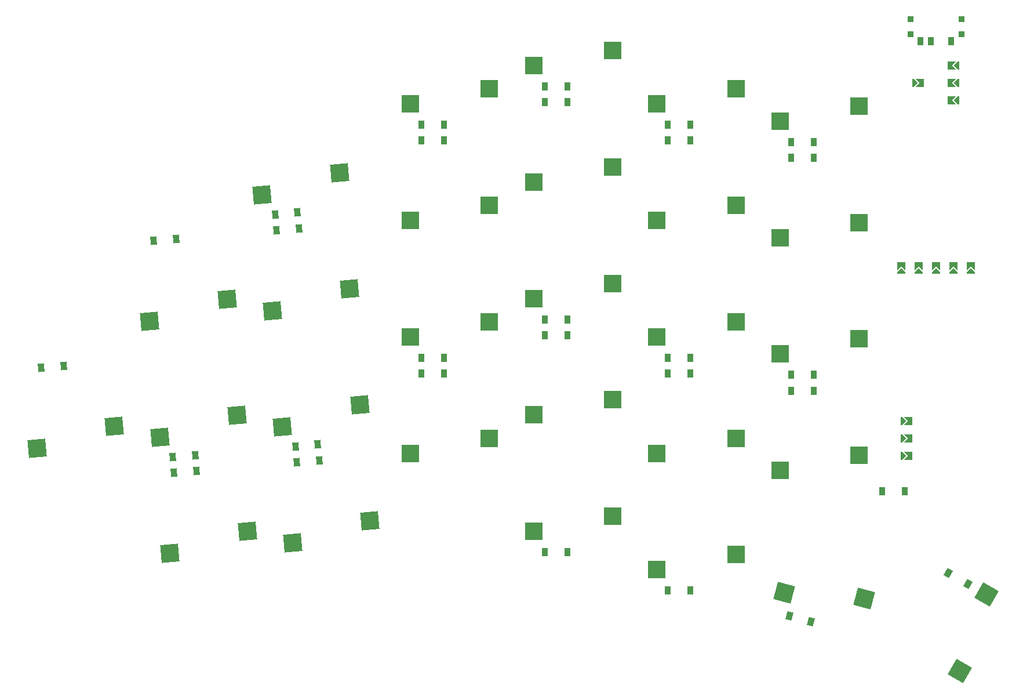
<source format=gtp>
%TF.GenerationSoftware,KiCad,Pcbnew,7.0.6-7.0.6~ubuntu20.04.1*%
%TF.CreationDate,2023-07-19T13:19:58+02:00*%
%TF.ProjectId,keyboard,6b657962-6f61-4726-942e-6b696361645f,v1.0.0*%
%TF.SameCoordinates,Original*%
%TF.FileFunction,Paste,Top*%
%TF.FilePolarity,Positive*%
%FSLAX46Y46*%
G04 Gerber Fmt 4.6, Leading zero omitted, Abs format (unit mm)*
G04 Created by KiCad (PCBNEW 7.0.6-7.0.6~ubuntu20.04.1) date 2023-07-19 13:19:58*
%MOMM*%
%LPD*%
G01*
G04 APERTURE LIST*
G04 Aperture macros list*
%AMRotRect*
0 Rectangle, with rotation*
0 The origin of the aperture is its center*
0 $1 length*
0 $2 width*
0 $3 Rotation angle, in degrees counterclockwise*
0 Add horizontal line*
21,1,$1,$2,0,0,$3*%
%AMFreePoly0*
4,1,6,0.600000,0.200000,0.000000,-0.400000,-0.600000,0.200000,-0.600000,0.400000,0.600000,0.400000,0.600000,0.200000,0.600000,0.200000,$1*%
%AMFreePoly1*
4,1,6,0.600000,-0.250000,-0.600000,-0.250000,-0.600000,1.000000,0.000000,0.400000,0.600000,1.000000,0.600000,-0.250000,0.600000,-0.250000,$1*%
G04 Aperture macros list end*
%ADD10R,0.900000X0.900000*%
%ADD11R,0.900000X1.250000*%
%ADD12FreePoly0,270.000000*%
%ADD13FreePoly1,270.000000*%
%ADD14FreePoly0,180.000000*%
%ADD15FreePoly1,180.000000*%
%ADD16RotRect,0.900000X1.200000X345.000000*%
%ADD17R,0.900000X1.200000*%
%ADD18R,2.600000X2.600000*%
%ADD19RotRect,0.900000X1.200000X5.000000*%
%ADD20FreePoly0,90.000000*%
%ADD21FreePoly1,90.000000*%
%ADD22RotRect,2.600000X2.600000X185.000000*%
%ADD23RotRect,2.600000X2.600000X240.000000*%
%ADD24RotRect,0.900000X1.200000X330.000000*%
%ADD25RotRect,2.600000X2.600000X165.000000*%
G04 APERTURE END LIST*
D10*
%TO.C,T1*%
X169080487Y-36625888D03*
X169080487Y-38825888D03*
X176480487Y-36625888D03*
X176480487Y-38825888D03*
D11*
X175030487Y-39800888D03*
X172030487Y-39800888D03*
X170530487Y-39800888D03*
%TD*%
D12*
%TO.C,J11*%
X175788489Y-43375888D03*
D13*
X174772489Y-43375888D03*
%TD*%
D14*
%TO.C,J22*%
X172780503Y-73333888D03*
D15*
X172780503Y-72317888D03*
%TD*%
D16*
%TO.C,D14*%
X151357346Y-123682173D03*
X154544902Y-124536275D03*
%TD*%
D17*
%TO.C,D26*%
X151630493Y-90825897D03*
X154930493Y-90825897D03*
%TD*%
D18*
%TO.C,S16*%
X114005496Y-60365899D03*
X125555496Y-58165899D03*
%TD*%
D17*
%TO.C,D6*%
X115630492Y-114415887D03*
X118930492Y-114415887D03*
%TD*%
%TO.C,D13*%
X151630493Y-54525895D03*
X154930493Y-54525895D03*
%TD*%
D19*
%TO.C,D19*%
X76438676Y-67401129D03*
X79726118Y-67113515D03*
%TD*%
D20*
%TO.C,J4*%
X168022495Y-100335891D03*
D21*
X169038495Y-100335891D03*
%TD*%
D22*
%TO.C,S1*%
X41453861Y-99221332D03*
X52768167Y-96023054D03*
%TD*%
D17*
%TO.C,D23*%
X115630494Y-48715883D03*
X118930494Y-48715883D03*
%TD*%
%TO.C,D24*%
X133630488Y-88325890D03*
X136930488Y-88325890D03*
%TD*%
D22*
%TO.C,S4*%
X57903722Y-80717222D03*
X69218028Y-77518944D03*
%TD*%
D17*
%TO.C,D7*%
X115630496Y-80415891D03*
X118930496Y-80415891D03*
%TD*%
%TO.C,D27*%
X151630495Y-56825893D03*
X154930495Y-56825893D03*
%TD*%
D19*
%TO.C,D1*%
X61270005Y-100549303D03*
X64557447Y-100261689D03*
%TD*%
D22*
%TO.C,S6*%
X77316859Y-96083747D03*
X88631165Y-92885469D03*
%TD*%
D18*
%TO.C,S21*%
X132005498Y-65975885D03*
X143555498Y-63775885D03*
%TD*%
%TO.C,S12*%
X96005493Y-48975891D03*
X107555493Y-46775891D03*
%TD*%
D19*
%TO.C,D3*%
X76238210Y-65109875D03*
X79525652Y-64822261D03*
%TD*%
D18*
%TO.C,S18*%
X132005498Y-116975891D03*
X143555498Y-114775891D03*
%TD*%
%TO.C,S9*%
X96005497Y-99975882D03*
X107555497Y-97775882D03*
%TD*%
D19*
%TO.C,D18*%
X79401971Y-101271753D03*
X82689413Y-100984139D03*
%TD*%
D22*
%TO.C,S8*%
X74353571Y-62213115D03*
X85667877Y-59014837D03*
%TD*%
D19*
%TO.C,D2*%
X79201507Y-98980500D03*
X82488949Y-98692886D03*
%TD*%
D17*
%TO.C,D12*%
X151630504Y-88525880D03*
X154930504Y-88525880D03*
%TD*%
D22*
%TO.C,S5*%
X78798507Y-113019043D03*
X90112813Y-109820765D03*
%TD*%
D19*
%TO.C,D17*%
X58507169Y-68969922D03*
X61794611Y-68682308D03*
%TD*%
D18*
%TO.C,S13*%
X114005488Y-111365884D03*
X125555488Y-109165884D03*
%TD*%
D19*
%TO.C,D16*%
X61470466Y-102840548D03*
X64757908Y-102552934D03*
%TD*%
D18*
%TO.C,S10*%
X96005505Y-82975889D03*
X107555505Y-80775889D03*
%TD*%
%TO.C,S22*%
X132005507Y-48975887D03*
X143555507Y-46775887D03*
%TD*%
D14*
%TO.C,J23*%
X170240500Y-73333880D03*
D15*
X170240500Y-72317880D03*
%TD*%
D19*
%TO.C,D15*%
X42057314Y-87474046D03*
X45344756Y-87186432D03*
%TD*%
D17*
%TO.C,D11*%
X133630489Y-52025889D03*
X136930489Y-52025889D03*
%TD*%
D12*
%TO.C,J12*%
X175788493Y-45925883D03*
D13*
X174772493Y-45925883D03*
%TD*%
D22*
%TO.C,S2*%
X60867015Y-114587837D03*
X72181321Y-111389559D03*
%TD*%
D18*
%TO.C,S11*%
X96005498Y-65975887D03*
X107555498Y-63775887D03*
%TD*%
D22*
%TO.C,S7*%
X75835229Y-79148415D03*
X87149535Y-75950137D03*
%TD*%
D14*
%TO.C,J21*%
X175320498Y-73333884D03*
D15*
X175320498Y-72317884D03*
%TD*%
D14*
%TO.C,J20*%
X177860491Y-73333897D03*
D15*
X177860491Y-72317897D03*
%TD*%
D18*
%TO.C,S17*%
X114005491Y-43365894D03*
X125555491Y-41165894D03*
%TD*%
D12*
%TO.C,J13*%
X175788494Y-48475890D03*
D13*
X174772494Y-48475890D03*
%TD*%
D18*
%TO.C,S25*%
X150005498Y-68475880D03*
X161555498Y-66275880D03*
%TD*%
D23*
%TO.C,S28*%
X176280591Y-131715997D03*
X180150335Y-120613404D03*
%TD*%
D20*
%TO.C,J14*%
X169772497Y-45925881D03*
D21*
X170788497Y-45925881D03*
%TD*%
D18*
%TO.C,S19*%
X132005496Y-99975885D03*
X143555496Y-97775885D03*
%TD*%
%TO.C,S15*%
X114005491Y-77365889D03*
X125555491Y-75165889D03*
%TD*%
%TO.C,S20*%
X132005491Y-82975890D03*
X143555491Y-80775890D03*
%TD*%
D22*
%TO.C,S3*%
X59385365Y-97652526D03*
X70699671Y-94454248D03*
%TD*%
D24*
%TO.C,D28*%
X174607779Y-117413401D03*
X177465663Y-119063401D03*
%TD*%
D17*
%TO.C,D10*%
X133630504Y-86025886D03*
X136930504Y-86025886D03*
%TD*%
%TO.C,D29*%
X164880485Y-105525879D03*
X168180485Y-105525879D03*
%TD*%
D18*
%TO.C,S26*%
X150005492Y-51475890D03*
X161555492Y-49275890D03*
%TD*%
D14*
%TO.C,J24*%
X167700503Y-73333895D03*
D15*
X167700503Y-72317895D03*
%TD*%
D17*
%TO.C,D5*%
X97630498Y-52025887D03*
X100930498Y-52025887D03*
%TD*%
%TO.C,D25*%
X133630489Y-54325891D03*
X136930489Y-54325891D03*
%TD*%
D25*
%TO.C,S27*%
X150577119Y-120315517D03*
X162302964Y-121179840D03*
%TD*%
D17*
%TO.C,D21*%
X97630499Y-54325891D03*
X100930499Y-54325891D03*
%TD*%
D18*
%TO.C,S14*%
X114005499Y-94365883D03*
X125555499Y-92165883D03*
%TD*%
%TO.C,S23*%
X150005494Y-102475887D03*
X161555494Y-100275887D03*
%TD*%
D20*
%TO.C,J6*%
X168022501Y-95255901D03*
D21*
X169038501Y-95255901D03*
%TD*%
D17*
%TO.C,D20*%
X97630488Y-88325890D03*
X100930488Y-88325890D03*
%TD*%
%TO.C,D9*%
X133630498Y-120025891D03*
X136930498Y-120025891D03*
%TD*%
D18*
%TO.C,S20*%
X150007680Y-85472957D03*
X161557680Y-83272957D03*
%TD*%
D17*
%TO.C,D8*%
X115630497Y-46415892D03*
X118930497Y-46415892D03*
%TD*%
D20*
%TO.C,J5*%
X168022493Y-97795880D03*
D21*
X169038493Y-97795880D03*
%TD*%
D17*
%TO.C,D4*%
X97630499Y-86025901D03*
X100930499Y-86025901D03*
%TD*%
%TO.C,D22*%
X115630498Y-82715890D03*
X118930498Y-82715890D03*
%TD*%
M02*

</source>
